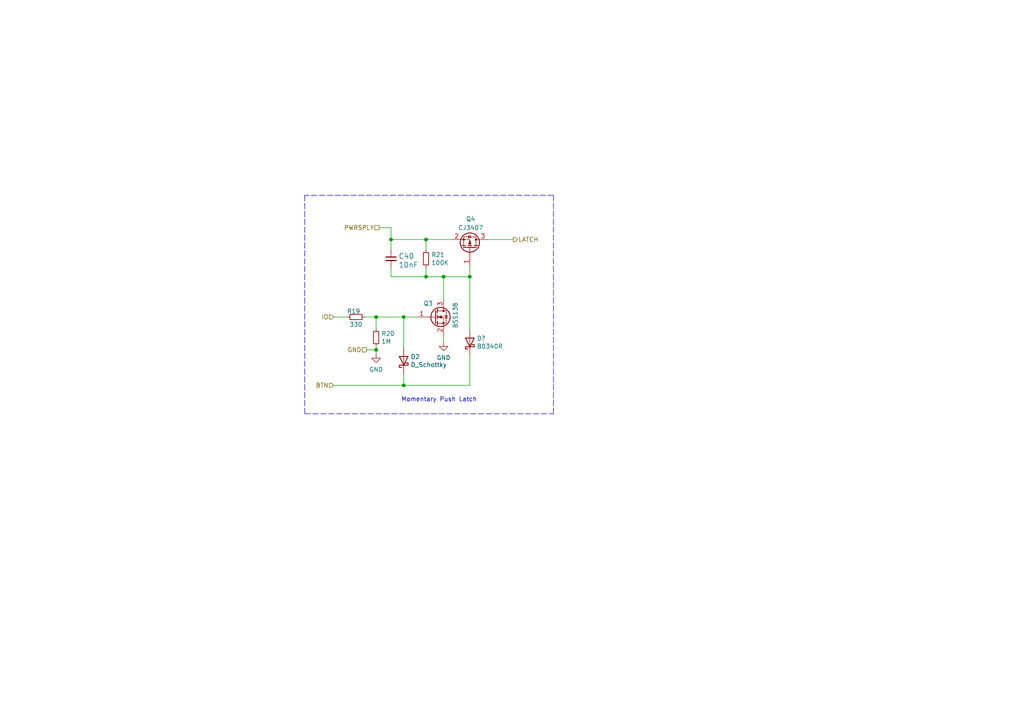
<source format=kicad_sch>
(kicad_sch (version 20211123) (generator eeschema)
  (paper "A4")
  (lib_symbols
    (symbol "Device:C_Small" (pin_numbers hide) (pin_names (offset 0.254) hide)
      (property "Reference" "C" (at 0.254 1.778 0))
      (property "Value" "C_Small" (at 0.254 -2.032 0))
      (symbol "C_Small_0_1"
        (polyline (pts (xy -1.524 -0.508) (xy 1.524 -0.508)) (stroke (width 0.3302)))
        (polyline (pts (xy -1.524 0.508) (xy 1.524 0.508)) (stroke (width 0.3048)))
      )
      (symbol "C_Small_1_1"
        (pin passive line (at 0 2.54 270) (length 2.032) (name "~") (number "1"))
        (pin passive line (at 0 -2.54 90) (length 2.032) (name "~") (number "2"))
      )
    )
    (symbol "Device:D_Schottky" (pin_numbers hide) (pin_names (offset 1.016) hide)
      (property "Reference" "D" (at 0 2.54 0))
      (property "Value" "D_Schottky" (at 0 -2.54 0))
      (symbol "D_Schottky_0_1"
        (polyline (pts (xy 1.27 0) (xy -1.27 0)))
        (polyline (pts (xy 1.27 1.27) (xy 1.27 -1.27) (xy -1.27 0) (xy 1.27 1.27)) (stroke (width 0.254)))
        (polyline (pts (xy -1.905 0.635) (xy -1.905 1.27) (xy -1.27 1.27) (xy -1.27 -1.27) (xy -0.635 -1.27) (xy -0.635 -0.635)) (stroke (width 0.254)))
      )
      (symbol "D_Schottky_1_1"
        (pin passive line (at -3.81 0 0) (length 2.54) (name "K") (number "1"))
        (pin passive line (at 3.81 0 180) (length 2.54) (name "A") (number "2"))
      )
    )
    (symbol "Device:Q_PMOS_GSD" (pin_names (offset 0) hide)
      (property "Reference" "Q" (at 5.08 1.27 0))
      (property "Value" "Q_PMOS_GSD" (at 5.08 -1.27 0))
      (symbol "Q_PMOS_GSD_0_1"
        (polyline (pts (xy 0.254 0) (xy -2.54 0)))
        (polyline (pts (xy 0.254 1.905) (xy 0.254 -1.905)) (stroke (width 0.254)))
        (polyline (pts (xy 0.762 -1.27) (xy 0.762 -2.286)) (stroke (width 0.254)))
        (polyline (pts (xy 0.762 0.508) (xy 0.762 -0.508)) (stroke (width 0.254)))
        (polyline (pts (xy 0.762 2.286) (xy 0.762 1.27)) (stroke (width 0.254)))
        (polyline (pts (xy 2.54 2.54) (xy 2.54 1.778)))
        (polyline (pts (xy 2.54 -2.54) (xy 2.54 0) (xy 0.762 0)))
        (polyline (pts (xy 0.762 1.778) (xy 3.302 1.778) (xy 3.302 -1.778) (xy 0.762 -1.778)))
        (polyline (pts (xy 2.286 0) (xy 1.27 0.381) (xy 1.27 -0.381) (xy 2.286 0)) (fill (type outline)))
        (polyline (pts (xy 2.794 -0.508) (xy 2.921 -0.381) (xy 3.683 -0.381) (xy 3.81 -0.254)))
        (polyline (pts (xy 3.302 -0.381) (xy 2.921 0.254) (xy 3.683 0.254) (xy 3.302 -0.381)))
        (circle (center 1.651 0) (radius 2.794) (stroke (width 0.254)))
        (circle (center 2.54 -1.778) (radius 0.254) (fill (type outline)))
        (circle (center 2.54 1.778) (radius 0.254) (fill (type outline)))
      )
      (symbol "Q_PMOS_GSD_1_1"
        (pin input line (at -5.08 0 0) (length 2.54) (name "G") (number "1"))
        (pin passive line (at 2.54 -5.08 90) (length 2.54) (name "S") (number "2"))
        (pin passive line (at 2.54 5.08 270) (length 2.54) (name "D") (number "3"))
      )
    )
    (symbol "Device:R_Small" (pin_numbers hide) (pin_names (offset 0.254) hide)
      (property "Reference" "R" (at 0.762 0.508 0))
      (property "Value" "R_Small" (at 0.762 -1.016 0))
      (symbol "R_Small_0_1"
        (rectangle (start -0.762 1.778) (end 0.762 -1.778) (stroke (width 0.2032)))
      )
      (symbol "R_Small_1_1"
        (pin passive line (at 0 2.54 270) (length 0.762) (name "~") (number "1"))
        (pin passive line (at 0 -2.54 90) (length 0.762) (name "~") (number "2"))
      )
    )
    (symbol "Transistor_FET:BSS138" (pin_names hide)
      (property "Reference" "Q" (at 5.08 1.905 0))
      (property "Value" "BSS138" (at 5.08 0 0))
      (symbol "BSS138_0_1"
        (polyline (pts (xy 0.254 0) (xy -2.54 0)))
        (polyline (pts (xy 0.254 1.905) (xy 0.254 -1.905)) (stroke (width 0.254)))
        (polyline (pts (xy 0.762 -1.27) (xy 0.762 -2.286)) (stroke (width 0.254)))
        (polyline (pts (xy 0.762 0.508) (xy 0.762 -0.508)) (stroke (width 0.254)))
        (polyline (pts (xy 0.762 2.286) (xy 0.762 1.27)) (stroke (width 0.254)))
        (polyline (pts (xy 2.54 2.54) (xy 2.54 1.778)))
        (polyline (pts (xy 2.54 -2.54) (xy 2.54 0) (xy 0.762 0)))
        (polyline (pts (xy 0.762 -1.778) (xy 3.302 -1.778) (xy 3.302 1.778) (xy 0.762 1.778)))
        (polyline (pts (xy 1.016 0) (xy 2.032 0.381) (xy 2.032 -0.381) (xy 1.016 0)) (fill (type outline)))
        (polyline (pts (xy 2.794 0.508) (xy 2.921 0.381) (xy 3.683 0.381) (xy 3.81 0.254)))
        (polyline (pts (xy 3.302 0.381) (xy 2.921 -0.254) (xy 3.683 -0.254) (xy 3.302 0.381)))
        (circle (center 1.651 0) (radius 2.794) (stroke (width 0.254)))
        (circle (center 2.54 -1.778) (radius 0.254) (fill (type outline)))
        (circle (center 2.54 1.778) (radius 0.254) (fill (type outline)))
      )
      (symbol "BSS138_1_1"
        (pin input line (at -5.08 0 0) (length 2.54) (name "G") (number "1"))
        (pin passive line (at 2.54 -5.08 90) (length 2.54) (name "S") (number "2"))
        (pin passive line (at 2.54 5.08 270) (length 2.54) (name "D") (number "3"))
      )
    )
    (symbol "power:GND" (power) (pin_names (offset 0))
      (property "Value" "GND" (at 0 -3.81 0))
      (symbol "GND_0_1"
        (polyline (pts (xy 0 0) (xy 0 -1.27) (xy 1.27 -1.27) (xy 0 -2.54) (xy -1.27 -1.27) (xy 0 -1.27)))
      )
      (symbol "GND_1_1"
        (pin power_in line (at 0 0 270) (length 0) hide (name "GND") (number "1"))
      )
    )
  )
  (junction (at 117.094 91.948))
  (junction (at 128.651 80.264))
  (junction (at 117.094 111.76))
  (junction (at 109.093 101.473))
  (junction (at 136.271 80.264))
  (junction (at 113.411 69.469))
  (junction (at 123.571 69.469))
  (junction (at 109.093 91.948))
  (junction (at 123.571 80.264))
  (wire (pts (xy 109.093 101.473) (xy 109.093 102.616)))
  (polyline (pts (xy 160.528 120.015) (xy 160.528 56.642)))
  (wire (pts (xy 123.571 69.469) (xy 113.411 69.469)))
  (polyline (pts (xy 88.392 120.015) (xy 160.528 120.015)))
  (wire (pts (xy 113.411 77.597) (xy 113.411 80.264)))
  (wire (pts (xy 131.191 69.469) (xy 123.571 69.469)))
  (wire (pts (xy 113.411 69.469) (xy 113.411 66.04)))
  (wire (pts (xy 136.271 95.504) (xy 136.271 80.264)))
  (wire (pts (xy 117.094 108.458) (xy 117.094 111.76)))
  (wire (pts (xy 109.093 100.457) (xy 109.093 101.473)))
  (wire (pts (xy 109.093 91.948) (xy 117.094 91.948)))
  (wire (pts (xy 105.791 91.948) (xy 109.093 91.948)))
  (wire (pts (xy 123.571 80.264) (xy 123.571 77.597)))
  (wire (pts (xy 113.411 80.264) (xy 123.571 80.264)))
  (wire (pts (xy 109.093 101.473) (xy 106.299 101.473)))
  (polyline (pts (xy 88.392 56.642) (xy 88.392 120.015)))
  (wire (pts (xy 141.351 69.469) (xy 148.844 69.469)))
  (wire (pts (xy 117.094 111.76) (xy 136.271 111.76)))
  (wire (pts (xy 123.571 80.264) (xy 128.651 80.264)))
  (wire (pts (xy 123.571 69.469) (xy 123.571 72.517)))
  (wire (pts (xy 117.094 91.948) (xy 121.031 91.948)))
  (wire (pts (xy 113.411 69.469) (xy 113.411 72.517)))
  (wire (pts (xy 109.093 91.948) (xy 109.093 95.377)))
  (wire (pts (xy 100.711 91.948) (xy 96.774 91.948)))
  (wire (pts (xy 136.271 80.264) (xy 136.271 77.089)))
  (wire (pts (xy 117.094 91.948) (xy 117.094 100.838)))
  (wire (pts (xy 113.411 66.04) (xy 109.982 66.04)))
  (wire (pts (xy 128.651 97.028) (xy 128.651 99.187)))
  (wire (pts (xy 136.271 103.124) (xy 136.271 111.76)))
  (wire (pts (xy 128.651 80.264) (xy 136.271 80.264)))
  (wire (pts (xy 128.651 86.868) (xy 128.651 80.264)))
  (wire (pts (xy 96.774 111.76) (xy 117.094 111.76)))
  (polyline (pts (xy 160.528 56.642) (xy 88.392 56.642)))
  (text "Momentary Push Latch\n" (at 116.332 116.713 0) (effects (font (size 1.27 1.27)) (justify left bottom)))
  (hierarchical_label "LATCH" (shape output) (at 148.844 69.469 0))
  (hierarchical_label "GND" (shape passive) (at 106.299 101.473 180))
  (hierarchical_label "IO" (shape input) (at 96.774 91.948 180))
  (hierarchical_label "PWRSPLY" (shape passive) (at 109.982 66.04 180))
  (hierarchical_label "BTN" (shape input) (at 96.774 111.76 180))
  (symbol (lib_id "Device:C_Small") (at 113.411 75.057 0) (unit 1)
    (property "Reference" "C40" (at 115.57 74.295 0) (effects (font (size 1.4986 1.4986)) (justify left)))
    (property "Value" "10nF" (at 115.57 76.835 0) (effects (font (size 1.4986 1.4986)) (justify left)))
    (property "Footprint" "Capacitor_SMD:C_0603_1608Metric_Pad1.05x0.95mm_HandSolder" (effects hide))
    (property "LCSC" "C342901" (effects hide))
  )
  (symbol (lib_id "Device:R_Small") (at 123.571 75.057 0) (unit 1)
    (property "Reference" "R21" (at 125.0696 73.8886 0) (effects (justify left)))
    (property "Value" "100K" (at 125.0696 76.2 0) (effects (justify left)))
    (property "Footprint" "Resistor_SMD:R_0603_1608Metric" (effects hide))
    (property "LCSC" "C25803" (effects hide))
  )
  (symbol (lib_id "Device:Q_PMOS_GSD") (at 136.271 72.009 270) (mirror x) (unit 1)
    (property "Reference" "Q4" (at 136.525 63.5 90))
    (property "Value" "CJ3407" (at 136.525 66.04 90))
    (property "Footprint" "Package_TO_SOT_SMD:SOT-23" (effects hide))
    (property "LCSC" "C15903" (effects hide))
  )
  (symbol (lib_id "Transistor_FET:BSS138") (at 126.111 91.948 0) (unit 1)
    (property "Reference" "Q3" (at 122.809 88.011 0) (effects (justify left)))
    (property "Value" "BSS138" (at 132.08 95.25 90) (effects (justify left)))
    (property "Footprint" "Package_TO_SOT_SMD:SOT-23" (effects hide))
    (property "Datasheet" "https://www.fairchildsemi.com/datasheets/BS/BSS138.pdf" (effects hide))
    (property "LCSC" "C427380" (effects hide))
  )
  (symbol (lib_id "Device:R_Small") (at 109.093 97.917 0) (unit 1)
    (property "Reference" "R20" (at 110.5916 96.7486 0) (effects (justify left)))
    (property "Value" "1M" (at 110.5916 99.06 0) (effects (justify left)))
    (property "Footprint" "Resistor_SMD:R_0603_1608Metric" (effects hide))
    (property "LCSC" "C25803" (effects hide))
  )
  (symbol (lib_id "Device:R_Small") (at 103.251 91.948 90) (unit 1)
    (property "Reference" "R19" (at 104.521 90.297 90) (effects (justify left)))
    (property "Value" "330" (at 105.156 94.107 90) (effects (justify left)))
    (property "Footprint" "Resistor_SMD:R_0603_1608Metric" (effects hide))
    (property "LCSC" "C525714" (effects hide))
  )
  (symbol (lib_id "Device:D_Schottky") (at 117.094 104.648 90) (unit 1)
    (property "Reference" "D2" (at 119.1006 103.4796 90) (effects (justify right)))
    (property "Value" "D_Schottky" (at 119.1006 105.791 90) (effects (justify right)))
    (property "Footprint" "Diode_SMD:D_0603_1608Metric" (effects hide))
    (property "LCSC" "C189957" (effects hide))
  )
  (symbol (lib_id "power:GND") (at 109.093 102.616 0) (unit 1)
    (property "Reference" "#PWR0111" (effects hide))
    (property "Value" "GND" (at 109.093 107.1785 0))
  )
  (symbol (lib_id "power:GND") (at 128.651 99.187 0) (unit 1)
    (property "Reference" "#PWR0112" (effects hide))
    (property "Value" "GND" (at 128.651 103.7495 0))
  )
  (symbol (lib_id "Device:D_Schottky") (at 136.271 99.314 90) (unit 1)
    (property "Reference" "D?" (at 138.2776 98.1456 90) (effects (justify right)))
    (property "Value" "B0340R" (at 138.2776 100.457 90) (effects (justify right)))
    (property "Footprint" "Diode_SMD:D_0603_1608Metric" (effects hide))
    (property "LCSC" "C189957" (effects hide))
  )
)
</source>
